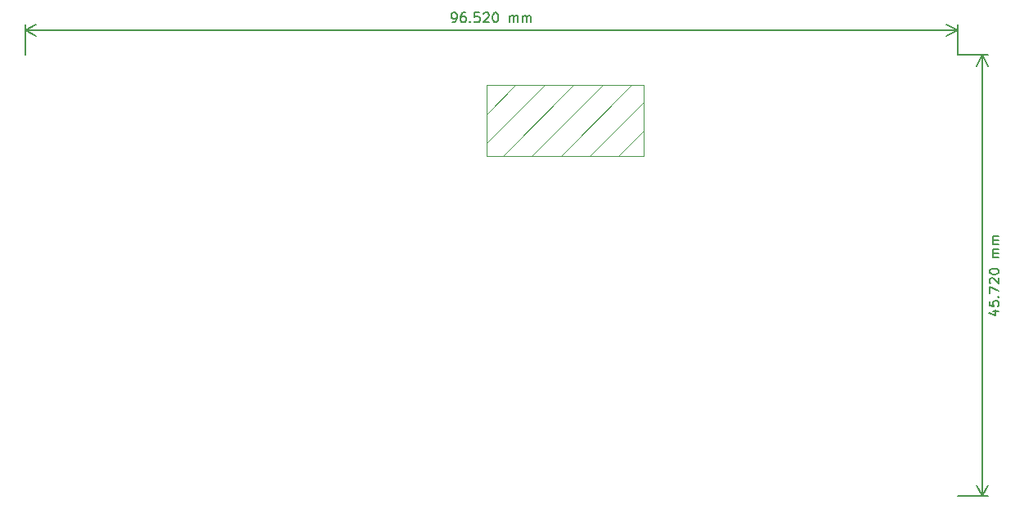
<source format=gbr>
G04 #@! TF.GenerationSoftware,KiCad,Pcbnew,(5.1.4)-1*
G04 #@! TF.CreationDate,2019-12-25T11:40:05+08:00*
G04 #@! TF.ProjectId,matrix_control_main,6d617472-6978-45f6-936f-6e74726f6c5f,rev?*
G04 #@! TF.SameCoordinates,Original*
G04 #@! TF.FileFunction,Drawing*
%FSLAX46Y46*%
G04 Gerber Fmt 4.6, Leading zero omitted, Abs format (unit mm)*
G04 Created by KiCad (PCBNEW (5.1.4)-1) date 2019-12-25 11:40:05*
%MOMM*%
%LPD*%
G04 APERTURE LIST*
%ADD10C,0.150000*%
%ADD11C,0.120000*%
G04 APERTURE END LIST*
D10*
X181425714Y-105266666D02*
X182092380Y-105266666D01*
X181044761Y-105504761D02*
X181759047Y-105742857D01*
X181759047Y-105123809D01*
X181092380Y-104266666D02*
X181092380Y-104742857D01*
X181568571Y-104790476D01*
X181520952Y-104742857D01*
X181473333Y-104647619D01*
X181473333Y-104409523D01*
X181520952Y-104314285D01*
X181568571Y-104266666D01*
X181663809Y-104219047D01*
X181901904Y-104219047D01*
X181997142Y-104266666D01*
X182044761Y-104314285D01*
X182092380Y-104409523D01*
X182092380Y-104647619D01*
X182044761Y-104742857D01*
X181997142Y-104790476D01*
X181997142Y-103790476D02*
X182044761Y-103742857D01*
X182092380Y-103790476D01*
X182044761Y-103838095D01*
X181997142Y-103790476D01*
X182092380Y-103790476D01*
X181092380Y-103409523D02*
X181092380Y-102742857D01*
X182092380Y-103171428D01*
X181187619Y-102409523D02*
X181140000Y-102361904D01*
X181092380Y-102266666D01*
X181092380Y-102028571D01*
X181140000Y-101933333D01*
X181187619Y-101885714D01*
X181282857Y-101838095D01*
X181378095Y-101838095D01*
X181520952Y-101885714D01*
X182092380Y-102457142D01*
X182092380Y-101838095D01*
X181092380Y-101219047D02*
X181092380Y-101123809D01*
X181140000Y-101028571D01*
X181187619Y-100980952D01*
X181282857Y-100933333D01*
X181473333Y-100885714D01*
X181711428Y-100885714D01*
X181901904Y-100933333D01*
X181997142Y-100980952D01*
X182044761Y-101028571D01*
X182092380Y-101123809D01*
X182092380Y-101219047D01*
X182044761Y-101314285D01*
X181997142Y-101361904D01*
X181901904Y-101409523D01*
X181711428Y-101457142D01*
X181473333Y-101457142D01*
X181282857Y-101409523D01*
X181187619Y-101361904D01*
X181140000Y-101314285D01*
X181092380Y-101219047D01*
X182092380Y-99695238D02*
X181425714Y-99695238D01*
X181520952Y-99695238D02*
X181473333Y-99647619D01*
X181425714Y-99552380D01*
X181425714Y-99409523D01*
X181473333Y-99314285D01*
X181568571Y-99266666D01*
X182092380Y-99266666D01*
X181568571Y-99266666D02*
X181473333Y-99219047D01*
X181425714Y-99123809D01*
X181425714Y-98980952D01*
X181473333Y-98885714D01*
X181568571Y-98838095D01*
X182092380Y-98838095D01*
X182092380Y-98361904D02*
X181425714Y-98361904D01*
X181520952Y-98361904D02*
X181473333Y-98314285D01*
X181425714Y-98219047D01*
X181425714Y-98076190D01*
X181473333Y-97980952D01*
X181568571Y-97933333D01*
X182092380Y-97933333D01*
X181568571Y-97933333D02*
X181473333Y-97885714D01*
X181425714Y-97790476D01*
X181425714Y-97647619D01*
X181473333Y-97552380D01*
X181568571Y-97504761D01*
X182092380Y-97504761D01*
X180340000Y-124460000D02*
X180340000Y-78740000D01*
X177800000Y-124460000D02*
X180926421Y-124460000D01*
X177800000Y-78740000D02*
X180926421Y-78740000D01*
X180340000Y-78740000D02*
X180926421Y-79866504D01*
X180340000Y-78740000D02*
X179753579Y-79866504D01*
X180340000Y-124460000D02*
X180926421Y-123333496D01*
X180340000Y-124460000D02*
X179753579Y-123333496D01*
X125492380Y-75352380D02*
X125682857Y-75352380D01*
X125778095Y-75304761D01*
X125825714Y-75257142D01*
X125920952Y-75114285D01*
X125968571Y-74923809D01*
X125968571Y-74542857D01*
X125920952Y-74447619D01*
X125873333Y-74400000D01*
X125778095Y-74352380D01*
X125587619Y-74352380D01*
X125492380Y-74400000D01*
X125444761Y-74447619D01*
X125397142Y-74542857D01*
X125397142Y-74780952D01*
X125444761Y-74876190D01*
X125492380Y-74923809D01*
X125587619Y-74971428D01*
X125778095Y-74971428D01*
X125873333Y-74923809D01*
X125920952Y-74876190D01*
X125968571Y-74780952D01*
X126825714Y-74352380D02*
X126635238Y-74352380D01*
X126540000Y-74400000D01*
X126492380Y-74447619D01*
X126397142Y-74590476D01*
X126349523Y-74780952D01*
X126349523Y-75161904D01*
X126397142Y-75257142D01*
X126444761Y-75304761D01*
X126540000Y-75352380D01*
X126730476Y-75352380D01*
X126825714Y-75304761D01*
X126873333Y-75257142D01*
X126920952Y-75161904D01*
X126920952Y-74923809D01*
X126873333Y-74828571D01*
X126825714Y-74780952D01*
X126730476Y-74733333D01*
X126540000Y-74733333D01*
X126444761Y-74780952D01*
X126397142Y-74828571D01*
X126349523Y-74923809D01*
X127349523Y-75257142D02*
X127397142Y-75304761D01*
X127349523Y-75352380D01*
X127301904Y-75304761D01*
X127349523Y-75257142D01*
X127349523Y-75352380D01*
X128301904Y-74352380D02*
X127825714Y-74352380D01*
X127778095Y-74828571D01*
X127825714Y-74780952D01*
X127920952Y-74733333D01*
X128159047Y-74733333D01*
X128254285Y-74780952D01*
X128301904Y-74828571D01*
X128349523Y-74923809D01*
X128349523Y-75161904D01*
X128301904Y-75257142D01*
X128254285Y-75304761D01*
X128159047Y-75352380D01*
X127920952Y-75352380D01*
X127825714Y-75304761D01*
X127778095Y-75257142D01*
X128730476Y-74447619D02*
X128778095Y-74400000D01*
X128873333Y-74352380D01*
X129111428Y-74352380D01*
X129206666Y-74400000D01*
X129254285Y-74447619D01*
X129301904Y-74542857D01*
X129301904Y-74638095D01*
X129254285Y-74780952D01*
X128682857Y-75352380D01*
X129301904Y-75352380D01*
X129920952Y-74352380D02*
X130016190Y-74352380D01*
X130111428Y-74400000D01*
X130159047Y-74447619D01*
X130206666Y-74542857D01*
X130254285Y-74733333D01*
X130254285Y-74971428D01*
X130206666Y-75161904D01*
X130159047Y-75257142D01*
X130111428Y-75304761D01*
X130016190Y-75352380D01*
X129920952Y-75352380D01*
X129825714Y-75304761D01*
X129778095Y-75257142D01*
X129730476Y-75161904D01*
X129682857Y-74971428D01*
X129682857Y-74733333D01*
X129730476Y-74542857D01*
X129778095Y-74447619D01*
X129825714Y-74400000D01*
X129920952Y-74352380D01*
X131444761Y-75352380D02*
X131444761Y-74685714D01*
X131444761Y-74780952D02*
X131492380Y-74733333D01*
X131587619Y-74685714D01*
X131730476Y-74685714D01*
X131825714Y-74733333D01*
X131873333Y-74828571D01*
X131873333Y-75352380D01*
X131873333Y-74828571D02*
X131920952Y-74733333D01*
X132016190Y-74685714D01*
X132159047Y-74685714D01*
X132254285Y-74733333D01*
X132301904Y-74828571D01*
X132301904Y-75352380D01*
X132778095Y-75352380D02*
X132778095Y-74685714D01*
X132778095Y-74780952D02*
X132825714Y-74733333D01*
X132920952Y-74685714D01*
X133063809Y-74685714D01*
X133159047Y-74733333D01*
X133206666Y-74828571D01*
X133206666Y-75352380D01*
X133206666Y-74828571D02*
X133254285Y-74733333D01*
X133349523Y-74685714D01*
X133492380Y-74685714D01*
X133587619Y-74733333D01*
X133635238Y-74828571D01*
X133635238Y-75352380D01*
X81280000Y-76200000D02*
X177800000Y-76200000D01*
X81280000Y-78740000D02*
X81280000Y-75613579D01*
X177800000Y-78740000D02*
X177800000Y-75613579D01*
X177800000Y-76200000D02*
X176673496Y-76786421D01*
X177800000Y-76200000D02*
X176673496Y-75613579D01*
X81280000Y-76200000D02*
X82406504Y-76786421D01*
X81280000Y-76200000D02*
X82406504Y-75613579D01*
D11*
X129040000Y-81860000D02*
X145280000Y-81860000D01*
X145280000Y-81860000D02*
X145280000Y-89180000D01*
X145280000Y-89180000D02*
X129040000Y-89180000D01*
X129040000Y-89180000D02*
X129040000Y-81860000D01*
X129040000Y-84860000D02*
X132040000Y-81860000D01*
X129040000Y-87860000D02*
X135040000Y-81860000D01*
X130720000Y-89180000D02*
X138040000Y-81860000D01*
X133720000Y-89180000D02*
X141040000Y-81860000D01*
X136720000Y-89180000D02*
X144040000Y-81860000D01*
X139720000Y-89180000D02*
X145280000Y-83620000D01*
X142720000Y-89180000D02*
X145280000Y-86620000D01*
M02*

</source>
